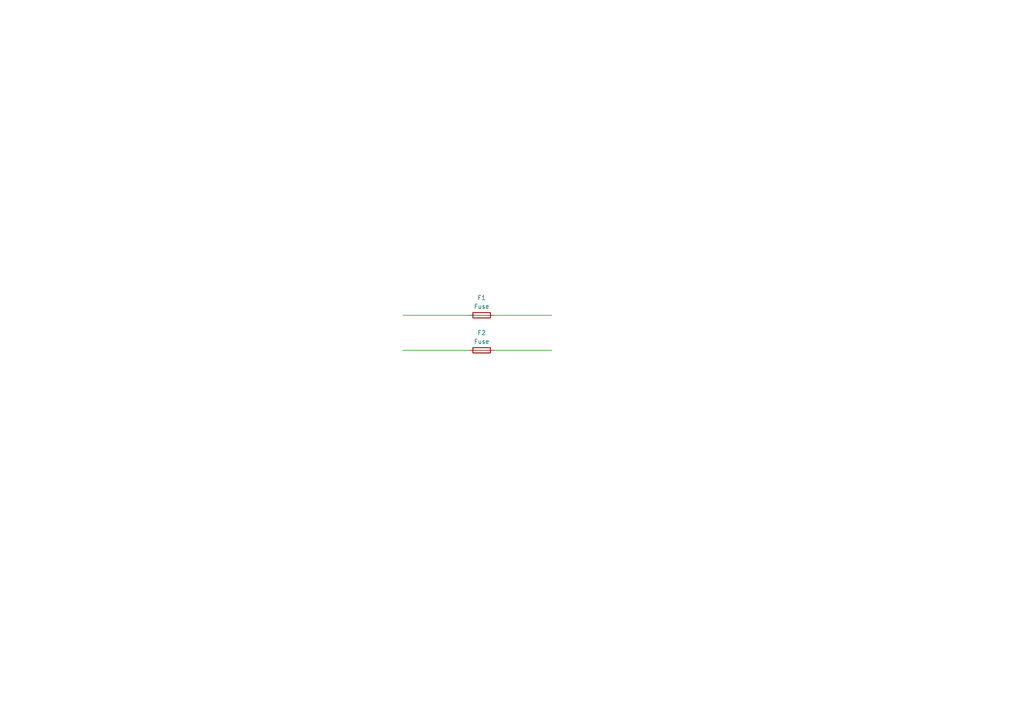
<source format=kicad_sch>
(kicad_sch (version 20230121) (generator eeschema)
  (paper "A4")
  (lib_symbols
    (symbol "Device:Fuse" (pin_numbers hide) (pin_names (offset 0))
      (property "Reference" "F" (at 2.032 0 90))
      (property "Value" "Fuse" (at -1.905 0 90))
      (symbol "Fuse_0_1"
        (rectangle (start -0.762 -2.54) (end 0.762 2.54) (stroke (width 0.254)))
        (polyline (pts (xy 0 2.54) (xy 0 -2.54)))
      )
      (symbol "Fuse_1_1"
        (pin passive line (at 0 3.81 270) (length 1.27) (name "~") (number "1"))
        (pin passive line (at 0 -3.81 90) (length 1.27) (name "~") (number "2"))
      )
    )
  )
  (wire (pts (xy 143.51 91.44) (xy 160.02 91.44)))
  (wire (pts (xy 143.51 101.6) (xy 160.02 101.6)))
  (wire (pts (xy 116.84 91.44) (xy 135.89 91.44)))
  (wire (pts (xy 116.84 101.6) (xy 135.89 101.6)))
  (symbol (lib_id "Device:Fuse") (at 139.7 101.6 90) (unit 1)
    (property "Reference" "F2" (at 139.7 96.52 90))
    (property "Value" "Fuse" (at 139.7 99.06 90))
    (property "Footprint" "Mechatronic Footprints:0PAL4100XP_NO_HOLES" (effects hide))
  )
  (symbol (lib_id "Device:Fuse") (at 139.7 91.44 90) (unit 1)
    (property "Reference" "F1" (at 139.7 86.36 90))
    (property "Value" "Fuse" (at 139.7 88.9 90))
    (property "Footprint" "Mechatronic Footprints:0PAL1100XP_VERTICAL" (effects hide))
  )
)
</source>
